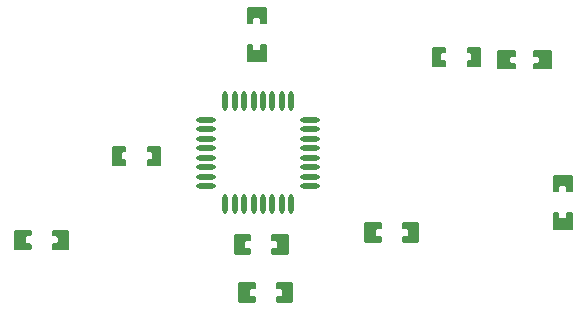
<source format=gtp>
G04 Layer: TopPasteMaskLayer*
G04 EasyEDA v6.5.22, 2023-04-01 07:59:08*
G04 7fe897ac635649ec9317f66c388b8081,f086b915ab1b43d4b1f8ac0bdbc02707,10*
G04 Gerber Generator version 0.2*
G04 Scale: 100 percent, Rotated: No, Reflected: No *
G04 Dimensions in millimeters *
G04 leading zeros omitted , absolute positions ,4 integer and 5 decimal *
%FSLAX45Y45*%
%MOMM*%

%ADD10O,1.6500094X0.4500118*%
%ADD11O,0.4500118X1.6500094*%

%LPD*%
G36*
X-146304Y-802589D02*
G01*
X-156311Y-812596D01*
X-156311Y-849630D01*
X-146304Y-859637D01*
X-115824Y-859637D01*
X-105816Y-869645D01*
X-105816Y-908354D01*
X-115824Y-918362D01*
X-146304Y-918362D01*
X-156311Y-928369D01*
X-156311Y-965403D01*
X-146304Y-975410D01*
X-17780Y-975410D01*
X-7823Y-965403D01*
X-7823Y-812596D01*
X-17780Y-802589D01*
G37*
G36*
X-464820Y-802589D02*
G01*
X-474776Y-812596D01*
X-474776Y-965403D01*
X-464820Y-975410D01*
X-336296Y-975410D01*
X-326288Y-965403D01*
X-326288Y-928369D01*
X-336296Y-918362D01*
X-366776Y-918362D01*
X-376783Y-908354D01*
X-376783Y-869645D01*
X-366776Y-859637D01*
X-336296Y-859637D01*
X-326288Y-849630D01*
X-326288Y-812596D01*
X-336296Y-802589D01*
G37*
G36*
X3624579Y715010D02*
G01*
X3614623Y705002D01*
X3614623Y564997D01*
X3624579Y554990D01*
X3768090Y554990D01*
X3778097Y564997D01*
X3778097Y602030D01*
X3768090Y612038D01*
X3732529Y612038D01*
X3722522Y622046D01*
X3722522Y647954D01*
X3732529Y657961D01*
X3768090Y657961D01*
X3778097Y667969D01*
X3778097Y705002D01*
X3768090Y715010D01*
G37*
G36*
X3928110Y715010D02*
G01*
X3918102Y705002D01*
X3918102Y667969D01*
X3928110Y657961D01*
X3963670Y657961D01*
X3973677Y647954D01*
X3973677Y622046D01*
X3963670Y612038D01*
X3928110Y612038D01*
X3918102Y602030D01*
X3918102Y564997D01*
X3928110Y554990D01*
X4071620Y554990D01*
X4081576Y564997D01*
X4081576Y705002D01*
X4071620Y715010D01*
G37*
G36*
X3367227Y745439D02*
G01*
X3357219Y735431D01*
X3357219Y699312D01*
X3367227Y689305D01*
X3388309Y689305D01*
X3398316Y679297D01*
X3398316Y641502D01*
X3388309Y631494D01*
X3367227Y631494D01*
X3357219Y621487D01*
X3357219Y585368D01*
X3367227Y575360D01*
X3468014Y575360D01*
X3477971Y585368D01*
X3477971Y735431D01*
X3468014Y745439D01*
G37*
G36*
X3071469Y745439D02*
G01*
X3061512Y735431D01*
X3061512Y585368D01*
X3071469Y575360D01*
X3172256Y575360D01*
X3182264Y585368D01*
X3182264Y621487D01*
X3172256Y631494D01*
X3151174Y631494D01*
X3141167Y641502D01*
X3141167Y679297D01*
X3151174Y689305D01*
X3172256Y689305D01*
X3182264Y699312D01*
X3182264Y735431D01*
X3172256Y745439D01*
G37*
G36*
X1713738Y-840689D02*
G01*
X1703730Y-850696D01*
X1703730Y-887730D01*
X1713738Y-897737D01*
X1744218Y-897737D01*
X1754225Y-907745D01*
X1754225Y-946454D01*
X1744218Y-956462D01*
X1713738Y-956462D01*
X1703730Y-966469D01*
X1703730Y-1003503D01*
X1713738Y-1013510D01*
X1842262Y-1013510D01*
X1852218Y-1003503D01*
X1852218Y-850696D01*
X1842262Y-840689D01*
G37*
G36*
X1395222Y-840689D02*
G01*
X1385265Y-850696D01*
X1385265Y-1003503D01*
X1395222Y-1013510D01*
X1523746Y-1013510D01*
X1533753Y-1003503D01*
X1533753Y-966469D01*
X1523746Y-956462D01*
X1493266Y-956462D01*
X1483258Y-946454D01*
X1483258Y-907745D01*
X1493266Y-897737D01*
X1523746Y-897737D01*
X1533753Y-887730D01*
X1533753Y-850696D01*
X1523746Y-840689D01*
G37*
G36*
X1504238Y765911D02*
G01*
X1494231Y755904D01*
X1494231Y627380D01*
X1504238Y617423D01*
X1657045Y617423D01*
X1667052Y627380D01*
X1667052Y755904D01*
X1657045Y765911D01*
X1620012Y765911D01*
X1610004Y755904D01*
X1610004Y725424D01*
X1599996Y715416D01*
X1561287Y715416D01*
X1551279Y725424D01*
X1551279Y755904D01*
X1541272Y765911D01*
G37*
G36*
X1504238Y1084376D02*
G01*
X1494231Y1074420D01*
X1494231Y945896D01*
X1504238Y935888D01*
X1541272Y935888D01*
X1551279Y945896D01*
X1551279Y976376D01*
X1561287Y986383D01*
X1599996Y986383D01*
X1610004Y976376D01*
X1610004Y945896D01*
X1620012Y935888D01*
X1657045Y935888D01*
X1667052Y945896D01*
X1667052Y1074420D01*
X1657045Y1084376D01*
G37*
G36*
X2500122Y-739089D02*
G01*
X2490165Y-749096D01*
X2490165Y-901903D01*
X2500122Y-911910D01*
X2628646Y-911910D01*
X2638653Y-901903D01*
X2638653Y-864869D01*
X2628646Y-854862D01*
X2598166Y-854862D01*
X2588158Y-844854D01*
X2588158Y-806145D01*
X2598166Y-796137D01*
X2628646Y-796137D01*
X2638653Y-786130D01*
X2638653Y-749096D01*
X2628646Y-739089D01*
G37*
G36*
X2818638Y-739089D02*
G01*
X2808630Y-749096D01*
X2808630Y-786130D01*
X2818638Y-796137D01*
X2849118Y-796137D01*
X2859125Y-806145D01*
X2859125Y-844854D01*
X2849118Y-854862D01*
X2818638Y-854862D01*
X2808630Y-864869D01*
X2808630Y-901903D01*
X2818638Y-911910D01*
X2947162Y-911910D01*
X2957118Y-901903D01*
X2957118Y-749096D01*
X2947162Y-739089D01*
G37*
G36*
X1751838Y-1247089D02*
G01*
X1741830Y-1257096D01*
X1741830Y-1294130D01*
X1751838Y-1304137D01*
X1782318Y-1304137D01*
X1792325Y-1314145D01*
X1792325Y-1352854D01*
X1782318Y-1362862D01*
X1751838Y-1362862D01*
X1741830Y-1372870D01*
X1741830Y-1409903D01*
X1751838Y-1419910D01*
X1880362Y-1419910D01*
X1890318Y-1409903D01*
X1890318Y-1257096D01*
X1880362Y-1247089D01*
G37*
G36*
X1433322Y-1247089D02*
G01*
X1423365Y-1257096D01*
X1423365Y-1409903D01*
X1433322Y-1419910D01*
X1561846Y-1419910D01*
X1571853Y-1409903D01*
X1571853Y-1372870D01*
X1561846Y-1362862D01*
X1531366Y-1362862D01*
X1521358Y-1352854D01*
X1521358Y-1314145D01*
X1531366Y-1304137D01*
X1561846Y-1304137D01*
X1571853Y-1294130D01*
X1571853Y-1257096D01*
X1561846Y-1247089D01*
G37*
G36*
X4095038Y-338023D02*
G01*
X4085031Y-347980D01*
X4085031Y-476504D01*
X4095038Y-486511D01*
X4132072Y-486511D01*
X4142079Y-476504D01*
X4142079Y-446024D01*
X4152087Y-436016D01*
X4190796Y-436016D01*
X4200804Y-446024D01*
X4200804Y-476504D01*
X4210812Y-486511D01*
X4247845Y-486511D01*
X4257852Y-476504D01*
X4257852Y-347980D01*
X4247845Y-338023D01*
G37*
G36*
X4095038Y-656488D02*
G01*
X4085031Y-666496D01*
X4085031Y-795020D01*
X4095038Y-804976D01*
X4247845Y-804976D01*
X4257852Y-795020D01*
X4257852Y-666496D01*
X4247845Y-656488D01*
X4210812Y-656488D01*
X4200804Y-666496D01*
X4200804Y-696976D01*
X4190796Y-706983D01*
X4152087Y-706983D01*
X4142079Y-696976D01*
X4142079Y-666496D01*
X4132072Y-656488D01*
G37*
G36*
X366369Y-92760D02*
G01*
X356412Y-102768D01*
X356412Y-252831D01*
X366369Y-262839D01*
X467156Y-262839D01*
X477164Y-252831D01*
X477164Y-216712D01*
X467156Y-206705D01*
X446074Y-206705D01*
X436067Y-196697D01*
X436067Y-158902D01*
X446074Y-148894D01*
X467156Y-148894D01*
X477164Y-138887D01*
X477164Y-102768D01*
X467156Y-92760D01*
G37*
G36*
X662127Y-92760D02*
G01*
X652119Y-102768D01*
X652119Y-138887D01*
X662127Y-148894D01*
X683209Y-148894D01*
X693216Y-158902D01*
X693216Y-196697D01*
X683209Y-206705D01*
X662127Y-206705D01*
X652119Y-216712D01*
X652119Y-252831D01*
X662127Y-262839D01*
X762914Y-262839D01*
X772871Y-252831D01*
X772871Y-102768D01*
X762914Y-92760D01*
G37*
D10*
G01*
X1155192Y-432409D03*
G01*
X1155192Y-352399D03*
G01*
X1155192Y-272389D03*
G01*
X1155192Y-192404D03*
G01*
X1155192Y-112395D03*
G01*
X1155192Y-32410D03*
G01*
X1155192Y47599D03*
G01*
X1155192Y127609D03*
D11*
G01*
X1313332Y284479D03*
G01*
X1393342Y284479D03*
G01*
X1473352Y284479D03*
G01*
X1553337Y284479D03*
G01*
X1633346Y284479D03*
G01*
X1713331Y284479D03*
G01*
X1793341Y284479D03*
G01*
X1873351Y284479D03*
D10*
G01*
X2031492Y127609D03*
G01*
X2031492Y47599D03*
G01*
X2031492Y-32410D03*
G01*
X2031492Y-112395D03*
G01*
X2031492Y-192404D03*
G01*
X2031492Y-272389D03*
G01*
X2031492Y-352399D03*
G01*
X2031492Y-432409D03*
D11*
G01*
X1873351Y-589279D03*
G01*
X1793341Y-589279D03*
G01*
X1713331Y-589279D03*
G01*
X1633346Y-589279D03*
G01*
X1553337Y-589279D03*
G01*
X1473352Y-589279D03*
G01*
X1393342Y-589279D03*
G01*
X1313332Y-589279D03*
M02*

</source>
